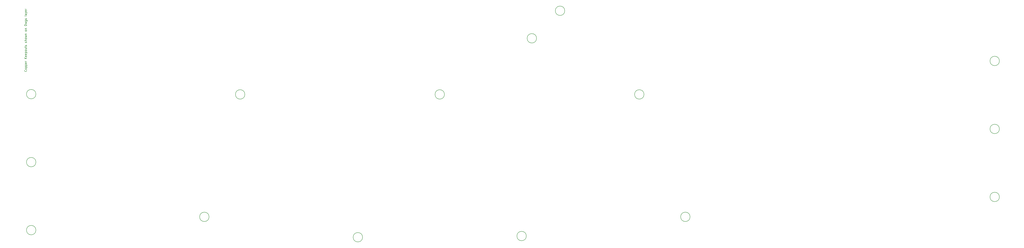
<source format=gbr>
G04 #@! TF.GenerationSoftware,KiCad,Pcbnew,8.0.3*
G04 #@! TF.CreationDate,2024-09-11T17:02:16-04:00*
G04 #@! TF.ProjectId,prototypeTOBETESTED,70726f74-6f74-4797-9065-544f42455445,rev?*
G04 #@! TF.SameCoordinates,Original*
G04 #@! TF.FileFunction,Other,Comment*
%FSLAX46Y46*%
G04 Gerber Fmt 4.6, Leading zero omitted, Abs format (unit mm)*
G04 Created by KiCad (PCBNEW 8.0.3) date 2024-09-11 17:02:16*
%MOMM*%
%LPD*%
G01*
G04 APERTURE LIST*
%ADD10C,0.150000*%
G04 APERTURE END LIST*
D10*
X28739980Y-139596802D02*
X28787600Y-139644421D01*
X28787600Y-139644421D02*
X28835219Y-139787278D01*
X28835219Y-139787278D02*
X28835219Y-139882516D01*
X28835219Y-139882516D02*
X28787600Y-140025373D01*
X28787600Y-140025373D02*
X28692361Y-140120611D01*
X28692361Y-140120611D02*
X28597123Y-140168230D01*
X28597123Y-140168230D02*
X28406647Y-140215849D01*
X28406647Y-140215849D02*
X28263790Y-140215849D01*
X28263790Y-140215849D02*
X28073314Y-140168230D01*
X28073314Y-140168230D02*
X27978076Y-140120611D01*
X27978076Y-140120611D02*
X27882838Y-140025373D01*
X27882838Y-140025373D02*
X27835219Y-139882516D01*
X27835219Y-139882516D02*
X27835219Y-139787278D01*
X27835219Y-139787278D02*
X27882838Y-139644421D01*
X27882838Y-139644421D02*
X27930457Y-139596802D01*
X28835219Y-139025373D02*
X28787600Y-139120611D01*
X28787600Y-139120611D02*
X28739980Y-139168230D01*
X28739980Y-139168230D02*
X28644742Y-139215849D01*
X28644742Y-139215849D02*
X28359028Y-139215849D01*
X28359028Y-139215849D02*
X28263790Y-139168230D01*
X28263790Y-139168230D02*
X28216171Y-139120611D01*
X28216171Y-139120611D02*
X28168552Y-139025373D01*
X28168552Y-139025373D02*
X28168552Y-138882516D01*
X28168552Y-138882516D02*
X28216171Y-138787278D01*
X28216171Y-138787278D02*
X28263790Y-138739659D01*
X28263790Y-138739659D02*
X28359028Y-138692040D01*
X28359028Y-138692040D02*
X28644742Y-138692040D01*
X28644742Y-138692040D02*
X28739980Y-138739659D01*
X28739980Y-138739659D02*
X28787600Y-138787278D01*
X28787600Y-138787278D02*
X28835219Y-138882516D01*
X28835219Y-138882516D02*
X28835219Y-139025373D01*
X28168552Y-138263468D02*
X29168552Y-138263468D01*
X28216171Y-138263468D02*
X28168552Y-138168230D01*
X28168552Y-138168230D02*
X28168552Y-137977754D01*
X28168552Y-137977754D02*
X28216171Y-137882516D01*
X28216171Y-137882516D02*
X28263790Y-137834897D01*
X28263790Y-137834897D02*
X28359028Y-137787278D01*
X28359028Y-137787278D02*
X28644742Y-137787278D01*
X28644742Y-137787278D02*
X28739980Y-137834897D01*
X28739980Y-137834897D02*
X28787600Y-137882516D01*
X28787600Y-137882516D02*
X28835219Y-137977754D01*
X28835219Y-137977754D02*
X28835219Y-138168230D01*
X28835219Y-138168230D02*
X28787600Y-138263468D01*
X28168552Y-137358706D02*
X29168552Y-137358706D01*
X28216171Y-137358706D02*
X28168552Y-137263468D01*
X28168552Y-137263468D02*
X28168552Y-137072992D01*
X28168552Y-137072992D02*
X28216171Y-136977754D01*
X28216171Y-136977754D02*
X28263790Y-136930135D01*
X28263790Y-136930135D02*
X28359028Y-136882516D01*
X28359028Y-136882516D02*
X28644742Y-136882516D01*
X28644742Y-136882516D02*
X28739980Y-136930135D01*
X28739980Y-136930135D02*
X28787600Y-136977754D01*
X28787600Y-136977754D02*
X28835219Y-137072992D01*
X28835219Y-137072992D02*
X28835219Y-137263468D01*
X28835219Y-137263468D02*
X28787600Y-137358706D01*
X28787600Y-136072992D02*
X28835219Y-136168230D01*
X28835219Y-136168230D02*
X28835219Y-136358706D01*
X28835219Y-136358706D02*
X28787600Y-136453944D01*
X28787600Y-136453944D02*
X28692361Y-136501563D01*
X28692361Y-136501563D02*
X28311409Y-136501563D01*
X28311409Y-136501563D02*
X28216171Y-136453944D01*
X28216171Y-136453944D02*
X28168552Y-136358706D01*
X28168552Y-136358706D02*
X28168552Y-136168230D01*
X28168552Y-136168230D02*
X28216171Y-136072992D01*
X28216171Y-136072992D02*
X28311409Y-136025373D01*
X28311409Y-136025373D02*
X28406647Y-136025373D01*
X28406647Y-136025373D02*
X28501885Y-136501563D01*
X28835219Y-135596801D02*
X28168552Y-135596801D01*
X28359028Y-135596801D02*
X28263790Y-135549182D01*
X28263790Y-135549182D02*
X28216171Y-135501563D01*
X28216171Y-135501563D02*
X28168552Y-135406325D01*
X28168552Y-135406325D02*
X28168552Y-135311087D01*
X28835219Y-134215848D02*
X27835219Y-134215848D01*
X28835219Y-133644420D02*
X28263790Y-134072991D01*
X27835219Y-133644420D02*
X28406647Y-134215848D01*
X28787600Y-132834896D02*
X28835219Y-132930134D01*
X28835219Y-132930134D02*
X28835219Y-133120610D01*
X28835219Y-133120610D02*
X28787600Y-133215848D01*
X28787600Y-133215848D02*
X28692361Y-133263467D01*
X28692361Y-133263467D02*
X28311409Y-133263467D01*
X28311409Y-133263467D02*
X28216171Y-133215848D01*
X28216171Y-133215848D02*
X28168552Y-133120610D01*
X28168552Y-133120610D02*
X28168552Y-132930134D01*
X28168552Y-132930134D02*
X28216171Y-132834896D01*
X28216171Y-132834896D02*
X28311409Y-132787277D01*
X28311409Y-132787277D02*
X28406647Y-132787277D01*
X28406647Y-132787277D02*
X28501885Y-133263467D01*
X28787600Y-131977753D02*
X28835219Y-132072991D01*
X28835219Y-132072991D02*
X28835219Y-132263467D01*
X28835219Y-132263467D02*
X28787600Y-132358705D01*
X28787600Y-132358705D02*
X28692361Y-132406324D01*
X28692361Y-132406324D02*
X28311409Y-132406324D01*
X28311409Y-132406324D02*
X28216171Y-132358705D01*
X28216171Y-132358705D02*
X28168552Y-132263467D01*
X28168552Y-132263467D02*
X28168552Y-132072991D01*
X28168552Y-132072991D02*
X28216171Y-131977753D01*
X28216171Y-131977753D02*
X28311409Y-131930134D01*
X28311409Y-131930134D02*
X28406647Y-131930134D01*
X28406647Y-131930134D02*
X28501885Y-132406324D01*
X28168552Y-131501562D02*
X29168552Y-131501562D01*
X28216171Y-131501562D02*
X28168552Y-131406324D01*
X28168552Y-131406324D02*
X28168552Y-131215848D01*
X28168552Y-131215848D02*
X28216171Y-131120610D01*
X28216171Y-131120610D02*
X28263790Y-131072991D01*
X28263790Y-131072991D02*
X28359028Y-131025372D01*
X28359028Y-131025372D02*
X28644742Y-131025372D01*
X28644742Y-131025372D02*
X28739980Y-131072991D01*
X28739980Y-131072991D02*
X28787600Y-131120610D01*
X28787600Y-131120610D02*
X28835219Y-131215848D01*
X28835219Y-131215848D02*
X28835219Y-131406324D01*
X28835219Y-131406324D02*
X28787600Y-131501562D01*
X28835219Y-130453943D02*
X28787600Y-130549181D01*
X28787600Y-130549181D02*
X28739980Y-130596800D01*
X28739980Y-130596800D02*
X28644742Y-130644419D01*
X28644742Y-130644419D02*
X28359028Y-130644419D01*
X28359028Y-130644419D02*
X28263790Y-130596800D01*
X28263790Y-130596800D02*
X28216171Y-130549181D01*
X28216171Y-130549181D02*
X28168552Y-130453943D01*
X28168552Y-130453943D02*
X28168552Y-130311086D01*
X28168552Y-130311086D02*
X28216171Y-130215848D01*
X28216171Y-130215848D02*
X28263790Y-130168229D01*
X28263790Y-130168229D02*
X28359028Y-130120610D01*
X28359028Y-130120610D02*
X28644742Y-130120610D01*
X28644742Y-130120610D02*
X28739980Y-130168229D01*
X28739980Y-130168229D02*
X28787600Y-130215848D01*
X28787600Y-130215848D02*
X28835219Y-130311086D01*
X28835219Y-130311086D02*
X28835219Y-130453943D01*
X28168552Y-129263467D02*
X28835219Y-129263467D01*
X28168552Y-129692038D02*
X28692361Y-129692038D01*
X28692361Y-129692038D02*
X28787600Y-129644419D01*
X28787600Y-129644419D02*
X28835219Y-129549181D01*
X28835219Y-129549181D02*
X28835219Y-129406324D01*
X28835219Y-129406324D02*
X28787600Y-129311086D01*
X28787600Y-129311086D02*
X28739980Y-129263467D01*
X28168552Y-128930133D02*
X28168552Y-128549181D01*
X27835219Y-128787276D02*
X28692361Y-128787276D01*
X28692361Y-128787276D02*
X28787600Y-128739657D01*
X28787600Y-128739657D02*
X28835219Y-128644419D01*
X28835219Y-128644419D02*
X28835219Y-128549181D01*
X28787600Y-128263466D02*
X28835219Y-128168228D01*
X28835219Y-128168228D02*
X28835219Y-127977752D01*
X28835219Y-127977752D02*
X28787600Y-127882514D01*
X28787600Y-127882514D02*
X28692361Y-127834895D01*
X28692361Y-127834895D02*
X28644742Y-127834895D01*
X28644742Y-127834895D02*
X28549504Y-127882514D01*
X28549504Y-127882514D02*
X28501885Y-127977752D01*
X28501885Y-127977752D02*
X28501885Y-128120609D01*
X28501885Y-128120609D02*
X28454266Y-128215847D01*
X28454266Y-128215847D02*
X28359028Y-128263466D01*
X28359028Y-128263466D02*
X28311409Y-128263466D01*
X28311409Y-128263466D02*
X28216171Y-128215847D01*
X28216171Y-128215847D02*
X28168552Y-128120609D01*
X28168552Y-128120609D02*
X28168552Y-127977752D01*
X28168552Y-127977752D02*
X28216171Y-127882514D01*
X28787600Y-126692037D02*
X28835219Y-126596799D01*
X28835219Y-126596799D02*
X28835219Y-126406323D01*
X28835219Y-126406323D02*
X28787600Y-126311085D01*
X28787600Y-126311085D02*
X28692361Y-126263466D01*
X28692361Y-126263466D02*
X28644742Y-126263466D01*
X28644742Y-126263466D02*
X28549504Y-126311085D01*
X28549504Y-126311085D02*
X28501885Y-126406323D01*
X28501885Y-126406323D02*
X28501885Y-126549180D01*
X28501885Y-126549180D02*
X28454266Y-126644418D01*
X28454266Y-126644418D02*
X28359028Y-126692037D01*
X28359028Y-126692037D02*
X28311409Y-126692037D01*
X28311409Y-126692037D02*
X28216171Y-126644418D01*
X28216171Y-126644418D02*
X28168552Y-126549180D01*
X28168552Y-126549180D02*
X28168552Y-126406323D01*
X28168552Y-126406323D02*
X28216171Y-126311085D01*
X28835219Y-125834894D02*
X27835219Y-125834894D01*
X28835219Y-125406323D02*
X28311409Y-125406323D01*
X28311409Y-125406323D02*
X28216171Y-125453942D01*
X28216171Y-125453942D02*
X28168552Y-125549180D01*
X28168552Y-125549180D02*
X28168552Y-125692037D01*
X28168552Y-125692037D02*
X28216171Y-125787275D01*
X28216171Y-125787275D02*
X28263790Y-125834894D01*
X28835219Y-124787275D02*
X28787600Y-124882513D01*
X28787600Y-124882513D02*
X28739980Y-124930132D01*
X28739980Y-124930132D02*
X28644742Y-124977751D01*
X28644742Y-124977751D02*
X28359028Y-124977751D01*
X28359028Y-124977751D02*
X28263790Y-124930132D01*
X28263790Y-124930132D02*
X28216171Y-124882513D01*
X28216171Y-124882513D02*
X28168552Y-124787275D01*
X28168552Y-124787275D02*
X28168552Y-124644418D01*
X28168552Y-124644418D02*
X28216171Y-124549180D01*
X28216171Y-124549180D02*
X28263790Y-124501561D01*
X28263790Y-124501561D02*
X28359028Y-124453942D01*
X28359028Y-124453942D02*
X28644742Y-124453942D01*
X28644742Y-124453942D02*
X28739980Y-124501561D01*
X28739980Y-124501561D02*
X28787600Y-124549180D01*
X28787600Y-124549180D02*
X28835219Y-124644418D01*
X28835219Y-124644418D02*
X28835219Y-124787275D01*
X28168552Y-124120608D02*
X28835219Y-123930132D01*
X28835219Y-123930132D02*
X28359028Y-123739656D01*
X28359028Y-123739656D02*
X28835219Y-123549180D01*
X28835219Y-123549180D02*
X28168552Y-123358704D01*
X28168552Y-122977751D02*
X28835219Y-122977751D01*
X28263790Y-122977751D02*
X28216171Y-122930132D01*
X28216171Y-122930132D02*
X28168552Y-122834894D01*
X28168552Y-122834894D02*
X28168552Y-122692037D01*
X28168552Y-122692037D02*
X28216171Y-122596799D01*
X28216171Y-122596799D02*
X28311409Y-122549180D01*
X28311409Y-122549180D02*
X28835219Y-122549180D01*
X28835219Y-121168227D02*
X28787600Y-121263465D01*
X28787600Y-121263465D02*
X28739980Y-121311084D01*
X28739980Y-121311084D02*
X28644742Y-121358703D01*
X28644742Y-121358703D02*
X28359028Y-121358703D01*
X28359028Y-121358703D02*
X28263790Y-121311084D01*
X28263790Y-121311084D02*
X28216171Y-121263465D01*
X28216171Y-121263465D02*
X28168552Y-121168227D01*
X28168552Y-121168227D02*
X28168552Y-121025370D01*
X28168552Y-121025370D02*
X28216171Y-120930132D01*
X28216171Y-120930132D02*
X28263790Y-120882513D01*
X28263790Y-120882513D02*
X28359028Y-120834894D01*
X28359028Y-120834894D02*
X28644742Y-120834894D01*
X28644742Y-120834894D02*
X28739980Y-120882513D01*
X28739980Y-120882513D02*
X28787600Y-120930132D01*
X28787600Y-120930132D02*
X28835219Y-121025370D01*
X28835219Y-121025370D02*
X28835219Y-121168227D01*
X28168552Y-120406322D02*
X28835219Y-120406322D01*
X28263790Y-120406322D02*
X28216171Y-120358703D01*
X28216171Y-120358703D02*
X28168552Y-120263465D01*
X28168552Y-120263465D02*
X28168552Y-120120608D01*
X28168552Y-120120608D02*
X28216171Y-120025370D01*
X28216171Y-120025370D02*
X28311409Y-119977751D01*
X28311409Y-119977751D02*
X28835219Y-119977751D01*
X28835219Y-118739655D02*
X27835219Y-118739655D01*
X27835219Y-118739655D02*
X27835219Y-118501560D01*
X27835219Y-118501560D02*
X27882838Y-118358703D01*
X27882838Y-118358703D02*
X27978076Y-118263465D01*
X27978076Y-118263465D02*
X28073314Y-118215846D01*
X28073314Y-118215846D02*
X28263790Y-118168227D01*
X28263790Y-118168227D02*
X28406647Y-118168227D01*
X28406647Y-118168227D02*
X28597123Y-118215846D01*
X28597123Y-118215846D02*
X28692361Y-118263465D01*
X28692361Y-118263465D02*
X28787600Y-118358703D01*
X28787600Y-118358703D02*
X28835219Y-118501560D01*
X28835219Y-118501560D02*
X28835219Y-118739655D01*
X28168552Y-117834893D02*
X28835219Y-117644417D01*
X28835219Y-117644417D02*
X28359028Y-117453941D01*
X28359028Y-117453941D02*
X28835219Y-117263465D01*
X28835219Y-117263465D02*
X28168552Y-117072989D01*
X28168552Y-116263465D02*
X28978076Y-116263465D01*
X28978076Y-116263465D02*
X29073314Y-116311084D01*
X29073314Y-116311084D02*
X29120933Y-116358703D01*
X29120933Y-116358703D02*
X29168552Y-116453941D01*
X29168552Y-116453941D02*
X29168552Y-116596798D01*
X29168552Y-116596798D02*
X29120933Y-116692036D01*
X28787600Y-116263465D02*
X28835219Y-116358703D01*
X28835219Y-116358703D02*
X28835219Y-116549179D01*
X28835219Y-116549179D02*
X28787600Y-116644417D01*
X28787600Y-116644417D02*
X28739980Y-116692036D01*
X28739980Y-116692036D02*
X28644742Y-116739655D01*
X28644742Y-116739655D02*
X28359028Y-116739655D01*
X28359028Y-116739655D02*
X28263790Y-116692036D01*
X28263790Y-116692036D02*
X28216171Y-116644417D01*
X28216171Y-116644417D02*
X28168552Y-116549179D01*
X28168552Y-116549179D02*
X28168552Y-116358703D01*
X28168552Y-116358703D02*
X28216171Y-116263465D01*
X28787600Y-115834893D02*
X28835219Y-115739655D01*
X28835219Y-115739655D02*
X28835219Y-115549179D01*
X28835219Y-115549179D02*
X28787600Y-115453941D01*
X28787600Y-115453941D02*
X28692361Y-115406322D01*
X28692361Y-115406322D02*
X28644742Y-115406322D01*
X28644742Y-115406322D02*
X28549504Y-115453941D01*
X28549504Y-115453941D02*
X28501885Y-115549179D01*
X28501885Y-115549179D02*
X28501885Y-115692036D01*
X28501885Y-115692036D02*
X28454266Y-115787274D01*
X28454266Y-115787274D02*
X28359028Y-115834893D01*
X28359028Y-115834893D02*
X28311409Y-115834893D01*
X28311409Y-115834893D02*
X28216171Y-115787274D01*
X28216171Y-115787274D02*
X28168552Y-115692036D01*
X28168552Y-115692036D02*
X28168552Y-115549179D01*
X28168552Y-115549179D02*
X28216171Y-115453941D01*
X28835219Y-114072988D02*
X28787600Y-114168226D01*
X28787600Y-114168226D02*
X28692361Y-114215845D01*
X28692361Y-114215845D02*
X27835219Y-114215845D01*
X28835219Y-113263464D02*
X28311409Y-113263464D01*
X28311409Y-113263464D02*
X28216171Y-113311083D01*
X28216171Y-113311083D02*
X28168552Y-113406321D01*
X28168552Y-113406321D02*
X28168552Y-113596797D01*
X28168552Y-113596797D02*
X28216171Y-113692035D01*
X28787600Y-113263464D02*
X28835219Y-113358702D01*
X28835219Y-113358702D02*
X28835219Y-113596797D01*
X28835219Y-113596797D02*
X28787600Y-113692035D01*
X28787600Y-113692035D02*
X28692361Y-113739654D01*
X28692361Y-113739654D02*
X28597123Y-113739654D01*
X28597123Y-113739654D02*
X28501885Y-113692035D01*
X28501885Y-113692035D02*
X28454266Y-113596797D01*
X28454266Y-113596797D02*
X28454266Y-113358702D01*
X28454266Y-113358702D02*
X28406647Y-113263464D01*
X28168552Y-112882511D02*
X28835219Y-112644416D01*
X28168552Y-112406321D02*
X28835219Y-112644416D01*
X28835219Y-112644416D02*
X29073314Y-112739654D01*
X29073314Y-112739654D02*
X29120933Y-112787273D01*
X29120933Y-112787273D02*
X29168552Y-112882511D01*
X28787600Y-111644416D02*
X28835219Y-111739654D01*
X28835219Y-111739654D02*
X28835219Y-111930130D01*
X28835219Y-111930130D02*
X28787600Y-112025368D01*
X28787600Y-112025368D02*
X28692361Y-112072987D01*
X28692361Y-112072987D02*
X28311409Y-112072987D01*
X28311409Y-112072987D02*
X28216171Y-112025368D01*
X28216171Y-112025368D02*
X28168552Y-111930130D01*
X28168552Y-111930130D02*
X28168552Y-111739654D01*
X28168552Y-111739654D02*
X28216171Y-111644416D01*
X28216171Y-111644416D02*
X28311409Y-111596797D01*
X28311409Y-111596797D02*
X28406647Y-111596797D01*
X28406647Y-111596797D02*
X28501885Y-112072987D01*
X28835219Y-111168225D02*
X28168552Y-111168225D01*
X28359028Y-111168225D02*
X28263790Y-111120606D01*
X28263790Y-111120606D02*
X28216171Y-111072987D01*
X28216171Y-111072987D02*
X28168552Y-110977749D01*
X28168552Y-110977749D02*
X28168552Y-110882511D01*
X130640300Y-150934200D02*
G75*
G02*
X126240300Y-150934200I-2200000J0D01*
G01*
X126240300Y-150934200D02*
G75*
G02*
X130640300Y-150934200I2200000J0D01*
G01*
X33136760Y-182630000D02*
G75*
G02*
X28736760Y-182630000I-2200000J0D01*
G01*
X28736760Y-182630000D02*
G75*
G02*
X33136760Y-182630000I2200000J0D01*
G01*
X482685000Y-135273750D02*
G75*
G02*
X478285000Y-135273750I-2200000J0D01*
G01*
X478285000Y-135273750D02*
G75*
G02*
X482685000Y-135273750I2200000J0D01*
G01*
X261952800Y-217221200D02*
G75*
G02*
X257552800Y-217221200I-2200000J0D01*
G01*
X257552800Y-217221200D02*
G75*
G02*
X261952800Y-217221200I2200000J0D01*
G01*
X266727800Y-124671700D02*
G75*
G02*
X262327800Y-124671700I-2200000J0D01*
G01*
X262327800Y-124671700D02*
G75*
G02*
X266727800Y-124671700I2200000J0D01*
G01*
X33136760Y-150806250D02*
G75*
G02*
X28736760Y-150806250I-2200000J0D01*
G01*
X28736760Y-150806250D02*
G75*
G02*
X33136760Y-150806250I2200000J0D01*
G01*
X33136760Y-214453750D02*
G75*
G02*
X28736760Y-214453750I-2200000J0D01*
G01*
X28736760Y-214453750D02*
G75*
G02*
X33136760Y-214453750I2200000J0D01*
G01*
X279887800Y-111779200D02*
G75*
G02*
X275487800Y-111779200I-2200000J0D01*
G01*
X275487800Y-111779200D02*
G75*
G02*
X279887800Y-111779200I2200000J0D01*
G01*
X113927800Y-208239200D02*
G75*
G02*
X109527800Y-208239200I-2200000J0D01*
G01*
X109527800Y-208239200D02*
G75*
G02*
X113927800Y-208239200I2200000J0D01*
G01*
X482685000Y-198921250D02*
G75*
G02*
X478285000Y-198921250I-2200000J0D01*
G01*
X478285000Y-198921250D02*
G75*
G02*
X482685000Y-198921250I2200000J0D01*
G01*
X482685000Y-167097500D02*
G75*
G02*
X478285000Y-167097500I-2200000J0D01*
G01*
X478285000Y-167097500D02*
G75*
G02*
X482685000Y-167097500I2200000J0D01*
G01*
X316865300Y-150934200D02*
G75*
G02*
X312465300Y-150934200I-2200000J0D01*
G01*
X312465300Y-150934200D02*
G75*
G02*
X316865300Y-150934200I2200000J0D01*
G01*
X223752800Y-150934200D02*
G75*
G02*
X219352800Y-150934200I-2200000J0D01*
G01*
X219352800Y-150934200D02*
G75*
G02*
X223752800Y-150934200I2200000J0D01*
G01*
X185552800Y-217784200D02*
G75*
G02*
X181152800Y-217784200I-2200000J0D01*
G01*
X181152800Y-217784200D02*
G75*
G02*
X185552800Y-217784200I2200000J0D01*
G01*
X338352800Y-208234200D02*
G75*
G02*
X333952800Y-208234200I-2200000J0D01*
G01*
X333952800Y-208234200D02*
G75*
G02*
X338352800Y-208234200I2200000J0D01*
G01*
M02*

</source>
